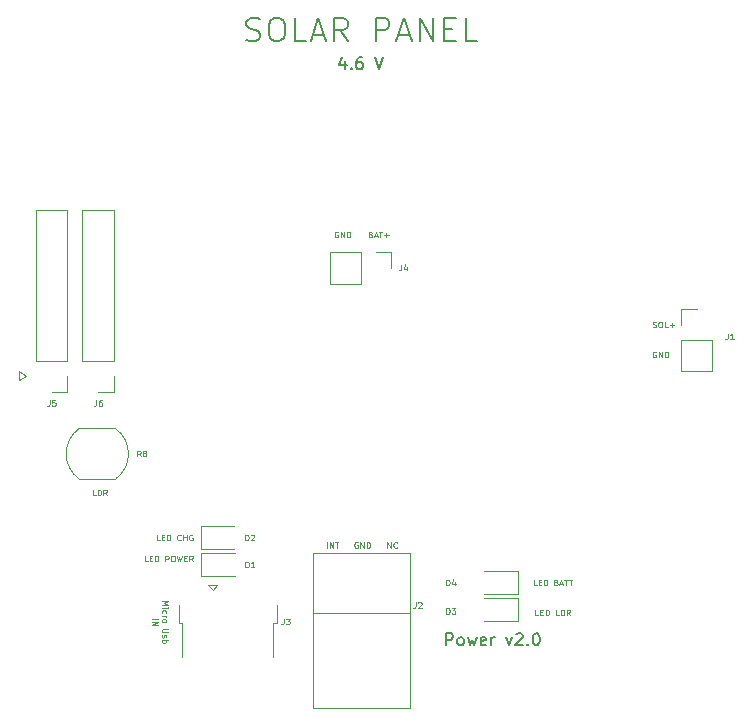
<source format=gto>
G04 #@! TF.GenerationSoftware,KiCad,Pcbnew,(5.1.6)-1*
G04 #@! TF.CreationDate,2020-11-23T18:00:32+01:00*
G04 #@! TF.ProjectId,Power_module_v1,506f7765-725f-46d6-9f64-756c655f7631,rev?*
G04 #@! TF.SameCoordinates,Original*
G04 #@! TF.FileFunction,Legend,Top*
G04 #@! TF.FilePolarity,Positive*
%FSLAX46Y46*%
G04 Gerber Fmt 4.6, Leading zero omitted, Abs format (unit mm)*
G04 Created by KiCad (PCBNEW (5.1.6)-1) date 2020-11-23 18:00:32*
%MOMM*%
%LPD*%
G01*
G04 APERTURE LIST*
%ADD10C,0.150000*%
%ADD11C,0.125000*%
%ADD12C,0.120000*%
G04 APERTURE END LIST*
D10*
X121094666Y-57697714D02*
X121094666Y-58364380D01*
X120856571Y-57316761D02*
X120618476Y-58031047D01*
X121237523Y-58031047D01*
X121618476Y-58269142D02*
X121666095Y-58316761D01*
X121618476Y-58364380D01*
X121570857Y-58316761D01*
X121618476Y-58269142D01*
X121618476Y-58364380D01*
X122523238Y-57364380D02*
X122332761Y-57364380D01*
X122237523Y-57412000D01*
X122189904Y-57459619D01*
X122094666Y-57602476D01*
X122047047Y-57792952D01*
X122047047Y-58173904D01*
X122094666Y-58269142D01*
X122142285Y-58316761D01*
X122237523Y-58364380D01*
X122428000Y-58364380D01*
X122523238Y-58316761D01*
X122570857Y-58269142D01*
X122618476Y-58173904D01*
X122618476Y-57935809D01*
X122570857Y-57840571D01*
X122523238Y-57792952D01*
X122428000Y-57745333D01*
X122237523Y-57745333D01*
X122142285Y-57792952D01*
X122094666Y-57840571D01*
X122047047Y-57935809D01*
X123666095Y-57364380D02*
X123999428Y-58364380D01*
X124332761Y-57364380D01*
X112761333Y-55927523D02*
X113047047Y-56022761D01*
X113523238Y-56022761D01*
X113713714Y-55927523D01*
X113808952Y-55832285D01*
X113904190Y-55641809D01*
X113904190Y-55451333D01*
X113808952Y-55260857D01*
X113713714Y-55165619D01*
X113523238Y-55070380D01*
X113142285Y-54975142D01*
X112951809Y-54879904D01*
X112856571Y-54784666D01*
X112761333Y-54594190D01*
X112761333Y-54403714D01*
X112856571Y-54213238D01*
X112951809Y-54118000D01*
X113142285Y-54022761D01*
X113618476Y-54022761D01*
X113904190Y-54118000D01*
X115142285Y-54022761D02*
X115523238Y-54022761D01*
X115713714Y-54118000D01*
X115904190Y-54308476D01*
X115999428Y-54689428D01*
X115999428Y-55356095D01*
X115904190Y-55737047D01*
X115713714Y-55927523D01*
X115523238Y-56022761D01*
X115142285Y-56022761D01*
X114951809Y-55927523D01*
X114761333Y-55737047D01*
X114666095Y-55356095D01*
X114666095Y-54689428D01*
X114761333Y-54308476D01*
X114951809Y-54118000D01*
X115142285Y-54022761D01*
X117808952Y-56022761D02*
X116856571Y-56022761D01*
X116856571Y-54022761D01*
X118380380Y-55451333D02*
X119332761Y-55451333D01*
X118189904Y-56022761D02*
X118856571Y-54022761D01*
X119523238Y-56022761D01*
X121332761Y-56022761D02*
X120666095Y-55070380D01*
X120189904Y-56022761D02*
X120189904Y-54022761D01*
X120951809Y-54022761D01*
X121142285Y-54118000D01*
X121237523Y-54213238D01*
X121332761Y-54403714D01*
X121332761Y-54689428D01*
X121237523Y-54879904D01*
X121142285Y-54975142D01*
X120951809Y-55070380D01*
X120189904Y-55070380D01*
X123713714Y-56022761D02*
X123713714Y-54022761D01*
X124475619Y-54022761D01*
X124666095Y-54118000D01*
X124761333Y-54213238D01*
X124856571Y-54403714D01*
X124856571Y-54689428D01*
X124761333Y-54879904D01*
X124666095Y-54975142D01*
X124475619Y-55070380D01*
X123713714Y-55070380D01*
X125618476Y-55451333D02*
X126570857Y-55451333D01*
X125428000Y-56022761D02*
X126094666Y-54022761D01*
X126761333Y-56022761D01*
X127428000Y-56022761D02*
X127428000Y-54022761D01*
X128570857Y-56022761D01*
X128570857Y-54022761D01*
X129523238Y-54975142D02*
X130189904Y-54975142D01*
X130475619Y-56022761D02*
X129523238Y-56022761D01*
X129523238Y-54022761D01*
X130475619Y-54022761D01*
X132285142Y-56022761D02*
X131332761Y-56022761D01*
X131332761Y-54022761D01*
D11*
X105621309Y-103394095D02*
X106121309Y-103394095D01*
X105764166Y-103560761D01*
X106121309Y-103727428D01*
X105621309Y-103727428D01*
X105621309Y-103965523D02*
X105954642Y-103965523D01*
X106121309Y-103965523D02*
X106097500Y-103941714D01*
X106073690Y-103965523D01*
X106097500Y-103989333D01*
X106121309Y-103965523D01*
X106073690Y-103965523D01*
X105645119Y-104417904D02*
X105621309Y-104370285D01*
X105621309Y-104275047D01*
X105645119Y-104227428D01*
X105668928Y-104203619D01*
X105716547Y-104179809D01*
X105859404Y-104179809D01*
X105907023Y-104203619D01*
X105930833Y-104227428D01*
X105954642Y-104275047D01*
X105954642Y-104370285D01*
X105930833Y-104417904D01*
X105621309Y-104632190D02*
X105954642Y-104632190D01*
X105859404Y-104632190D02*
X105907023Y-104656000D01*
X105930833Y-104679809D01*
X105954642Y-104727428D01*
X105954642Y-104775047D01*
X105621309Y-105013142D02*
X105645119Y-104965523D01*
X105668928Y-104941714D01*
X105716547Y-104917904D01*
X105859404Y-104917904D01*
X105907023Y-104941714D01*
X105930833Y-104965523D01*
X105954642Y-105013142D01*
X105954642Y-105084571D01*
X105930833Y-105132190D01*
X105907023Y-105156000D01*
X105859404Y-105179809D01*
X105716547Y-105179809D01*
X105668928Y-105156000D01*
X105645119Y-105132190D01*
X105621309Y-105084571D01*
X105621309Y-105013142D01*
X106121309Y-105775047D02*
X105716547Y-105775047D01*
X105668928Y-105798857D01*
X105645119Y-105822666D01*
X105621309Y-105870285D01*
X105621309Y-105965523D01*
X105645119Y-106013142D01*
X105668928Y-106036952D01*
X105716547Y-106060761D01*
X106121309Y-106060761D01*
X105645119Y-106275047D02*
X105621309Y-106322666D01*
X105621309Y-106417904D01*
X105645119Y-106465523D01*
X105692738Y-106489333D01*
X105716547Y-106489333D01*
X105764166Y-106465523D01*
X105787976Y-106417904D01*
X105787976Y-106346476D01*
X105811785Y-106298857D01*
X105859404Y-106275047D01*
X105883214Y-106275047D01*
X105930833Y-106298857D01*
X105954642Y-106346476D01*
X105954642Y-106417904D01*
X105930833Y-106465523D01*
X105621309Y-106703619D02*
X106121309Y-106703619D01*
X105930833Y-106703619D02*
X105954642Y-106751238D01*
X105954642Y-106846476D01*
X105930833Y-106894095D01*
X105907023Y-106917904D01*
X105859404Y-106941714D01*
X105716547Y-106941714D01*
X105668928Y-106917904D01*
X105645119Y-106894095D01*
X105621309Y-106846476D01*
X105621309Y-106751238D01*
X105645119Y-106703619D01*
X104746309Y-104894095D02*
X105246309Y-104894095D01*
X104746309Y-105132190D02*
X105246309Y-105132190D01*
X104746309Y-105417904D01*
X105246309Y-105417904D01*
X104386285Y-100048190D02*
X104148190Y-100048190D01*
X104148190Y-99548190D01*
X104552952Y-99786285D02*
X104719619Y-99786285D01*
X104791047Y-100048190D02*
X104552952Y-100048190D01*
X104552952Y-99548190D01*
X104791047Y-99548190D01*
X105005333Y-100048190D02*
X105005333Y-99548190D01*
X105124380Y-99548190D01*
X105195809Y-99572000D01*
X105243428Y-99619619D01*
X105267238Y-99667238D01*
X105291047Y-99762476D01*
X105291047Y-99833904D01*
X105267238Y-99929142D01*
X105243428Y-99976761D01*
X105195809Y-100024380D01*
X105124380Y-100048190D01*
X105005333Y-100048190D01*
X105886285Y-100048190D02*
X105886285Y-99548190D01*
X106076761Y-99548190D01*
X106124380Y-99572000D01*
X106148190Y-99595809D01*
X106172000Y-99643428D01*
X106172000Y-99714857D01*
X106148190Y-99762476D01*
X106124380Y-99786285D01*
X106076761Y-99810095D01*
X105886285Y-99810095D01*
X106481523Y-99548190D02*
X106576761Y-99548190D01*
X106624380Y-99572000D01*
X106672000Y-99619619D01*
X106695809Y-99714857D01*
X106695809Y-99881523D01*
X106672000Y-99976761D01*
X106624380Y-100024380D01*
X106576761Y-100048190D01*
X106481523Y-100048190D01*
X106433904Y-100024380D01*
X106386285Y-99976761D01*
X106362476Y-99881523D01*
X106362476Y-99714857D01*
X106386285Y-99619619D01*
X106433904Y-99572000D01*
X106481523Y-99548190D01*
X106862476Y-99548190D02*
X106981523Y-100048190D01*
X107076761Y-99691047D01*
X107172000Y-100048190D01*
X107291047Y-99548190D01*
X107481523Y-99786285D02*
X107648190Y-99786285D01*
X107719619Y-100048190D02*
X107481523Y-100048190D01*
X107481523Y-99548190D01*
X107719619Y-99548190D01*
X108219619Y-100048190D02*
X108052952Y-99810095D01*
X107933904Y-100048190D02*
X107933904Y-99548190D01*
X108124380Y-99548190D01*
X108172000Y-99572000D01*
X108195809Y-99595809D01*
X108219619Y-99643428D01*
X108219619Y-99714857D01*
X108195809Y-99762476D01*
X108172000Y-99786285D01*
X108124380Y-99810095D01*
X107933904Y-99810095D01*
X105406190Y-98270190D02*
X105168095Y-98270190D01*
X105168095Y-97770190D01*
X105572857Y-98008285D02*
X105739523Y-98008285D01*
X105810952Y-98270190D02*
X105572857Y-98270190D01*
X105572857Y-97770190D01*
X105810952Y-97770190D01*
X106025238Y-98270190D02*
X106025238Y-97770190D01*
X106144285Y-97770190D01*
X106215714Y-97794000D01*
X106263333Y-97841619D01*
X106287142Y-97889238D01*
X106310952Y-97984476D01*
X106310952Y-98055904D01*
X106287142Y-98151142D01*
X106263333Y-98198761D01*
X106215714Y-98246380D01*
X106144285Y-98270190D01*
X106025238Y-98270190D01*
X107191904Y-98222571D02*
X107168095Y-98246380D01*
X107096666Y-98270190D01*
X107049047Y-98270190D01*
X106977619Y-98246380D01*
X106930000Y-98198761D01*
X106906190Y-98151142D01*
X106882380Y-98055904D01*
X106882380Y-97984476D01*
X106906190Y-97889238D01*
X106930000Y-97841619D01*
X106977619Y-97794000D01*
X107049047Y-97770190D01*
X107096666Y-97770190D01*
X107168095Y-97794000D01*
X107191904Y-97817809D01*
X107406190Y-98270190D02*
X107406190Y-97770190D01*
X107406190Y-98008285D02*
X107691904Y-98008285D01*
X107691904Y-98270190D02*
X107691904Y-97770190D01*
X108191904Y-97794000D02*
X108144285Y-97770190D01*
X108072857Y-97770190D01*
X108001428Y-97794000D01*
X107953809Y-97841619D01*
X107930000Y-97889238D01*
X107906190Y-97984476D01*
X107906190Y-98055904D01*
X107930000Y-98151142D01*
X107953809Y-98198761D01*
X108001428Y-98246380D01*
X108072857Y-98270190D01*
X108120476Y-98270190D01*
X108191904Y-98246380D01*
X108215714Y-98222571D01*
X108215714Y-98055904D01*
X108120476Y-98055904D01*
X99984761Y-94460190D02*
X99746666Y-94460190D01*
X99746666Y-93960190D01*
X100151428Y-94460190D02*
X100151428Y-93960190D01*
X100270476Y-93960190D01*
X100341904Y-93984000D01*
X100389523Y-94031619D01*
X100413333Y-94079238D01*
X100437142Y-94174476D01*
X100437142Y-94245904D01*
X100413333Y-94341142D01*
X100389523Y-94388761D01*
X100341904Y-94436380D01*
X100270476Y-94460190D01*
X100151428Y-94460190D01*
X100937142Y-94460190D02*
X100770476Y-94222095D01*
X100651428Y-94460190D02*
X100651428Y-93960190D01*
X100841904Y-93960190D01*
X100889523Y-93984000D01*
X100913333Y-94007809D01*
X100937142Y-94055428D01*
X100937142Y-94126857D01*
X100913333Y-94174476D01*
X100889523Y-94198285D01*
X100841904Y-94222095D01*
X100651428Y-94222095D01*
X137469714Y-104620190D02*
X137231619Y-104620190D01*
X137231619Y-104120190D01*
X137636380Y-104358285D02*
X137803047Y-104358285D01*
X137874476Y-104620190D02*
X137636380Y-104620190D01*
X137636380Y-104120190D01*
X137874476Y-104120190D01*
X138088761Y-104620190D02*
X138088761Y-104120190D01*
X138207809Y-104120190D01*
X138279238Y-104144000D01*
X138326857Y-104191619D01*
X138350666Y-104239238D01*
X138374476Y-104334476D01*
X138374476Y-104405904D01*
X138350666Y-104501142D01*
X138326857Y-104548761D01*
X138279238Y-104596380D01*
X138207809Y-104620190D01*
X138088761Y-104620190D01*
X139207809Y-104620190D02*
X138969714Y-104620190D01*
X138969714Y-104120190D01*
X139374476Y-104620190D02*
X139374476Y-104120190D01*
X139493523Y-104120190D01*
X139564952Y-104144000D01*
X139612571Y-104191619D01*
X139636380Y-104239238D01*
X139660190Y-104334476D01*
X139660190Y-104405904D01*
X139636380Y-104501142D01*
X139612571Y-104548761D01*
X139564952Y-104596380D01*
X139493523Y-104620190D01*
X139374476Y-104620190D01*
X140160190Y-104620190D02*
X139993523Y-104382095D01*
X139874476Y-104620190D02*
X139874476Y-104120190D01*
X140064952Y-104120190D01*
X140112571Y-104144000D01*
X140136380Y-104167809D01*
X140160190Y-104215428D01*
X140160190Y-104286857D01*
X140136380Y-104334476D01*
X140112571Y-104358285D01*
X140064952Y-104382095D01*
X139874476Y-104382095D01*
X137326857Y-102080190D02*
X137088761Y-102080190D01*
X137088761Y-101580190D01*
X137493523Y-101818285D02*
X137660190Y-101818285D01*
X137731619Y-102080190D02*
X137493523Y-102080190D01*
X137493523Y-101580190D01*
X137731619Y-101580190D01*
X137945904Y-102080190D02*
X137945904Y-101580190D01*
X138064952Y-101580190D01*
X138136380Y-101604000D01*
X138184000Y-101651619D01*
X138207809Y-101699238D01*
X138231619Y-101794476D01*
X138231619Y-101865904D01*
X138207809Y-101961142D01*
X138184000Y-102008761D01*
X138136380Y-102056380D01*
X138064952Y-102080190D01*
X137945904Y-102080190D01*
X138993523Y-101818285D02*
X139064952Y-101842095D01*
X139088761Y-101865904D01*
X139112571Y-101913523D01*
X139112571Y-101984952D01*
X139088761Y-102032571D01*
X139064952Y-102056380D01*
X139017333Y-102080190D01*
X138826857Y-102080190D01*
X138826857Y-101580190D01*
X138993523Y-101580190D01*
X139041142Y-101604000D01*
X139064952Y-101627809D01*
X139088761Y-101675428D01*
X139088761Y-101723047D01*
X139064952Y-101770666D01*
X139041142Y-101794476D01*
X138993523Y-101818285D01*
X138826857Y-101818285D01*
X139303047Y-101937333D02*
X139541142Y-101937333D01*
X139255428Y-102080190D02*
X139422095Y-101580190D01*
X139588761Y-102080190D01*
X139684000Y-101580190D02*
X139969714Y-101580190D01*
X139826857Y-102080190D02*
X139826857Y-101580190D01*
X140064952Y-101580190D02*
X140350666Y-101580190D01*
X140207809Y-102080190D02*
X140207809Y-101580190D01*
D10*
X129675428Y-107132380D02*
X129675428Y-106132380D01*
X130056380Y-106132380D01*
X130151619Y-106180000D01*
X130199238Y-106227619D01*
X130246857Y-106322857D01*
X130246857Y-106465714D01*
X130199238Y-106560952D01*
X130151619Y-106608571D01*
X130056380Y-106656190D01*
X129675428Y-106656190D01*
X130818285Y-107132380D02*
X130723047Y-107084761D01*
X130675428Y-107037142D01*
X130627809Y-106941904D01*
X130627809Y-106656190D01*
X130675428Y-106560952D01*
X130723047Y-106513333D01*
X130818285Y-106465714D01*
X130961142Y-106465714D01*
X131056380Y-106513333D01*
X131104000Y-106560952D01*
X131151619Y-106656190D01*
X131151619Y-106941904D01*
X131104000Y-107037142D01*
X131056380Y-107084761D01*
X130961142Y-107132380D01*
X130818285Y-107132380D01*
X131484952Y-106465714D02*
X131675428Y-107132380D01*
X131865904Y-106656190D01*
X132056380Y-107132380D01*
X132246857Y-106465714D01*
X133008761Y-107084761D02*
X132913523Y-107132380D01*
X132723047Y-107132380D01*
X132627809Y-107084761D01*
X132580190Y-106989523D01*
X132580190Y-106608571D01*
X132627809Y-106513333D01*
X132723047Y-106465714D01*
X132913523Y-106465714D01*
X133008761Y-106513333D01*
X133056380Y-106608571D01*
X133056380Y-106703809D01*
X132580190Y-106799047D01*
X133484952Y-107132380D02*
X133484952Y-106465714D01*
X133484952Y-106656190D02*
X133532571Y-106560952D01*
X133580190Y-106513333D01*
X133675428Y-106465714D01*
X133770666Y-106465714D01*
X134770666Y-106465714D02*
X135008761Y-107132380D01*
X135246857Y-106465714D01*
X135580190Y-106227619D02*
X135627809Y-106180000D01*
X135723047Y-106132380D01*
X135961142Y-106132380D01*
X136056380Y-106180000D01*
X136104000Y-106227619D01*
X136151619Y-106322857D01*
X136151619Y-106418095D01*
X136104000Y-106560952D01*
X135532571Y-107132380D01*
X136151619Y-107132380D01*
X136580190Y-107037142D02*
X136627809Y-107084761D01*
X136580190Y-107132380D01*
X136532571Y-107084761D01*
X136580190Y-107037142D01*
X136580190Y-107132380D01*
X137246857Y-106132380D02*
X137342095Y-106132380D01*
X137437333Y-106180000D01*
X137484952Y-106227619D01*
X137532571Y-106322857D01*
X137580190Y-106513333D01*
X137580190Y-106751428D01*
X137532571Y-106941904D01*
X137484952Y-107037142D01*
X137437333Y-107084761D01*
X137342095Y-107132380D01*
X137246857Y-107132380D01*
X137151619Y-107084761D01*
X137104000Y-107037142D01*
X137056380Y-106941904D01*
X137008761Y-106751428D01*
X137008761Y-106513333D01*
X137056380Y-106322857D01*
X137104000Y-106227619D01*
X137151619Y-106180000D01*
X137246857Y-106132380D01*
D11*
X120523047Y-72140000D02*
X120475428Y-72116190D01*
X120404000Y-72116190D01*
X120332571Y-72140000D01*
X120284952Y-72187619D01*
X120261142Y-72235238D01*
X120237333Y-72330476D01*
X120237333Y-72401904D01*
X120261142Y-72497142D01*
X120284952Y-72544761D01*
X120332571Y-72592380D01*
X120404000Y-72616190D01*
X120451619Y-72616190D01*
X120523047Y-72592380D01*
X120546857Y-72568571D01*
X120546857Y-72401904D01*
X120451619Y-72401904D01*
X120761142Y-72616190D02*
X120761142Y-72116190D01*
X121046857Y-72616190D01*
X121046857Y-72116190D01*
X121284952Y-72616190D02*
X121284952Y-72116190D01*
X121404000Y-72116190D01*
X121475428Y-72140000D01*
X121523047Y-72187619D01*
X121546857Y-72235238D01*
X121570666Y-72330476D01*
X121570666Y-72401904D01*
X121546857Y-72497142D01*
X121523047Y-72544761D01*
X121475428Y-72592380D01*
X121404000Y-72616190D01*
X121284952Y-72616190D01*
X147165333Y-80212380D02*
X147236761Y-80236190D01*
X147355809Y-80236190D01*
X147403428Y-80212380D01*
X147427238Y-80188571D01*
X147451047Y-80140952D01*
X147451047Y-80093333D01*
X147427238Y-80045714D01*
X147403428Y-80021904D01*
X147355809Y-79998095D01*
X147260571Y-79974285D01*
X147212952Y-79950476D01*
X147189142Y-79926666D01*
X147165333Y-79879047D01*
X147165333Y-79831428D01*
X147189142Y-79783809D01*
X147212952Y-79760000D01*
X147260571Y-79736190D01*
X147379619Y-79736190D01*
X147451047Y-79760000D01*
X147760571Y-79736190D02*
X147855809Y-79736190D01*
X147903428Y-79760000D01*
X147951047Y-79807619D01*
X147974857Y-79902857D01*
X147974857Y-80069523D01*
X147951047Y-80164761D01*
X147903428Y-80212380D01*
X147855809Y-80236190D01*
X147760571Y-80236190D01*
X147712952Y-80212380D01*
X147665333Y-80164761D01*
X147641523Y-80069523D01*
X147641523Y-79902857D01*
X147665333Y-79807619D01*
X147712952Y-79760000D01*
X147760571Y-79736190D01*
X148427238Y-80236190D02*
X148189142Y-80236190D01*
X148189142Y-79736190D01*
X148593904Y-80045714D02*
X148974857Y-80045714D01*
X148784380Y-80236190D02*
X148784380Y-79855238D01*
X147447047Y-82300000D02*
X147399428Y-82276190D01*
X147328000Y-82276190D01*
X147256571Y-82300000D01*
X147208952Y-82347619D01*
X147185142Y-82395238D01*
X147161333Y-82490476D01*
X147161333Y-82561904D01*
X147185142Y-82657142D01*
X147208952Y-82704761D01*
X147256571Y-82752380D01*
X147328000Y-82776190D01*
X147375619Y-82776190D01*
X147447047Y-82752380D01*
X147470857Y-82728571D01*
X147470857Y-82561904D01*
X147375619Y-82561904D01*
X147685142Y-82776190D02*
X147685142Y-82276190D01*
X147970857Y-82776190D01*
X147970857Y-82276190D01*
X148208952Y-82776190D02*
X148208952Y-82276190D01*
X148328000Y-82276190D01*
X148399428Y-82300000D01*
X148447047Y-82347619D01*
X148470857Y-82395238D01*
X148494666Y-82490476D01*
X148494666Y-82561904D01*
X148470857Y-82657142D01*
X148447047Y-82704761D01*
X148399428Y-82752380D01*
X148328000Y-82776190D01*
X148208952Y-82776190D01*
X123273428Y-72354285D02*
X123344857Y-72378095D01*
X123368666Y-72401904D01*
X123392476Y-72449523D01*
X123392476Y-72520952D01*
X123368666Y-72568571D01*
X123344857Y-72592380D01*
X123297238Y-72616190D01*
X123106761Y-72616190D01*
X123106761Y-72116190D01*
X123273428Y-72116190D01*
X123321047Y-72140000D01*
X123344857Y-72163809D01*
X123368666Y-72211428D01*
X123368666Y-72259047D01*
X123344857Y-72306666D01*
X123321047Y-72330476D01*
X123273428Y-72354285D01*
X123106761Y-72354285D01*
X123582952Y-72473333D02*
X123821047Y-72473333D01*
X123535333Y-72616190D02*
X123702000Y-72116190D01*
X123868666Y-72616190D01*
X123963904Y-72116190D02*
X124249619Y-72116190D01*
X124106761Y-72616190D02*
X124106761Y-72116190D01*
X124416285Y-72425714D02*
X124797238Y-72425714D01*
X124606761Y-72616190D02*
X124606761Y-72235238D01*
D12*
X93472000Y-84709000D02*
X93472000Y-83947000D01*
X94107000Y-84328000D02*
X93472000Y-84709000D01*
X93472000Y-83947000D02*
X94107000Y-84328000D01*
D11*
X124702142Y-98905190D02*
X124702142Y-98405190D01*
X124987857Y-98905190D01*
X124987857Y-98405190D01*
X125511666Y-98857571D02*
X125487857Y-98881380D01*
X125416428Y-98905190D01*
X125368809Y-98905190D01*
X125297380Y-98881380D01*
X125249761Y-98833761D01*
X125225952Y-98786142D01*
X125202142Y-98690904D01*
X125202142Y-98619476D01*
X125225952Y-98524238D01*
X125249761Y-98476619D01*
X125297380Y-98429000D01*
X125368809Y-98405190D01*
X125416428Y-98405190D01*
X125487857Y-98429000D01*
X125511666Y-98452809D01*
X122174047Y-98429000D02*
X122126428Y-98405190D01*
X122055000Y-98405190D01*
X121983571Y-98429000D01*
X121935952Y-98476619D01*
X121912142Y-98524238D01*
X121888333Y-98619476D01*
X121888333Y-98690904D01*
X121912142Y-98786142D01*
X121935952Y-98833761D01*
X121983571Y-98881380D01*
X122055000Y-98905190D01*
X122102619Y-98905190D01*
X122174047Y-98881380D01*
X122197857Y-98857571D01*
X122197857Y-98690904D01*
X122102619Y-98690904D01*
X122412142Y-98905190D02*
X122412142Y-98405190D01*
X122697857Y-98905190D01*
X122697857Y-98405190D01*
X122935952Y-98905190D02*
X122935952Y-98405190D01*
X123055000Y-98405190D01*
X123126428Y-98429000D01*
X123174047Y-98476619D01*
X123197857Y-98524238D01*
X123221666Y-98619476D01*
X123221666Y-98690904D01*
X123197857Y-98786142D01*
X123174047Y-98833761D01*
X123126428Y-98881380D01*
X123055000Y-98905190D01*
X122935952Y-98905190D01*
X119562619Y-98905190D02*
X119562619Y-98405190D01*
X119800714Y-98905190D02*
X119800714Y-98405190D01*
X120086428Y-98905190D01*
X120086428Y-98405190D01*
X120253095Y-98405190D02*
X120538809Y-98405190D01*
X120395952Y-98905190D02*
X120395952Y-98405190D01*
D12*
X149546000Y-83880000D02*
X152206000Y-83880000D01*
X149546000Y-81280000D02*
X149546000Y-83880000D01*
X152206000Y-81280000D02*
X152206000Y-83880000D01*
X149546000Y-81280000D02*
X152206000Y-81280000D01*
X149546000Y-80010000D02*
X149546000Y-78680000D01*
X149546000Y-78680000D02*
X150876000Y-78680000D01*
X111753000Y-99370000D02*
X108893000Y-99370000D01*
X108893000Y-99370000D02*
X108893000Y-101290000D01*
X108893000Y-101290000D02*
X111753000Y-101290000D01*
X111735000Y-97084000D02*
X108875000Y-97084000D01*
X108875000Y-97084000D02*
X108875000Y-99004000D01*
X108875000Y-99004000D02*
X111735000Y-99004000D01*
X135718000Y-103180000D02*
X132858000Y-103180000D01*
X135718000Y-105100000D02*
X135718000Y-103180000D01*
X132858000Y-105100000D02*
X135718000Y-105100000D01*
X135718000Y-100894000D02*
X132858000Y-100894000D01*
X135718000Y-102814000D02*
X135718000Y-100894000D01*
X132858000Y-102814000D02*
X135718000Y-102814000D01*
X109488900Y-102046740D02*
X110288900Y-102046740D01*
X107038900Y-105296740D02*
X107338900Y-105296740D01*
X109888900Y-102496740D02*
X109488900Y-102046740D01*
X110288900Y-102046740D02*
X109888900Y-102496740D01*
X115038900Y-108096740D02*
X115038900Y-105296740D01*
X107338900Y-108096740D02*
X107338900Y-105296740D01*
X115338900Y-105296740D02*
X115338900Y-103746740D01*
X115038900Y-105296740D02*
X115338900Y-105296740D01*
X107038900Y-105296740D02*
X107038900Y-103746740D01*
X125028000Y-73854000D02*
X125028000Y-75184000D01*
X123698000Y-73854000D02*
X125028000Y-73854000D01*
X122428000Y-73854000D02*
X122428000Y-76514000D01*
X122428000Y-76514000D02*
X119828000Y-76514000D01*
X122428000Y-73854000D02*
X119828000Y-73854000D01*
X119828000Y-73854000D02*
X119828000Y-76514000D01*
X97596000Y-70298000D02*
X94936000Y-70298000D01*
X97596000Y-83058000D02*
X97596000Y-70298000D01*
X94936000Y-83058000D02*
X94936000Y-70298000D01*
X97596000Y-83058000D02*
X94936000Y-83058000D01*
X97596000Y-84328000D02*
X97596000Y-85658000D01*
X97596000Y-85658000D02*
X96266000Y-85658000D01*
X101533000Y-85658000D02*
X100203000Y-85658000D01*
X101533000Y-84328000D02*
X101533000Y-85658000D01*
X101533000Y-83058000D02*
X98873000Y-83058000D01*
X98873000Y-83058000D02*
X98873000Y-70298000D01*
X101533000Y-83058000D02*
X101533000Y-70298000D01*
X101533000Y-70298000D02*
X98873000Y-70298000D01*
X126636780Y-99372420D02*
X118381780Y-99372420D01*
X126636780Y-99372420D02*
X126636780Y-112453420D01*
X118381780Y-99372420D02*
X118381780Y-112453420D01*
X126636780Y-104452420D02*
X118381780Y-104452420D01*
X126636780Y-112453420D02*
X118381780Y-112453420D01*
X98604000Y-93082000D02*
X101654000Y-93082000D01*
X98604000Y-88782000D02*
X101654000Y-88782000D01*
X98625766Y-88766474D02*
G75*
G03*
X98604000Y-93082000I1528234J-2165526D01*
G01*
X101698513Y-93050249D02*
G75*
G03*
X101654000Y-88782000I-1544513J2118249D01*
G01*
D11*
X153503333Y-80752190D02*
X153503333Y-81109333D01*
X153479523Y-81180761D01*
X153431904Y-81228380D01*
X153360476Y-81252190D01*
X153312857Y-81252190D01*
X154003333Y-81252190D02*
X153717619Y-81252190D01*
X153860476Y-81252190D02*
X153860476Y-80752190D01*
X153812857Y-80823619D01*
X153765238Y-80871238D01*
X153717619Y-80895047D01*
X112678952Y-100556190D02*
X112678952Y-100056190D01*
X112798000Y-100056190D01*
X112869428Y-100080000D01*
X112917047Y-100127619D01*
X112940857Y-100175238D01*
X112964666Y-100270476D01*
X112964666Y-100341904D01*
X112940857Y-100437142D01*
X112917047Y-100484761D01*
X112869428Y-100532380D01*
X112798000Y-100556190D01*
X112678952Y-100556190D01*
X113440857Y-100556190D02*
X113155142Y-100556190D01*
X113298000Y-100556190D02*
X113298000Y-100056190D01*
X113250380Y-100127619D01*
X113202761Y-100175238D01*
X113155142Y-100199047D01*
X112651952Y-98270190D02*
X112651952Y-97770190D01*
X112771000Y-97770190D01*
X112842428Y-97794000D01*
X112890047Y-97841619D01*
X112913857Y-97889238D01*
X112937666Y-97984476D01*
X112937666Y-98055904D01*
X112913857Y-98151142D01*
X112890047Y-98198761D01*
X112842428Y-98246380D01*
X112771000Y-98270190D01*
X112651952Y-98270190D01*
X113128142Y-97817809D02*
X113151952Y-97794000D01*
X113199571Y-97770190D01*
X113318619Y-97770190D01*
X113366238Y-97794000D01*
X113390047Y-97817809D01*
X113413857Y-97865428D01*
X113413857Y-97913047D01*
X113390047Y-97984476D01*
X113104333Y-98270190D01*
X113413857Y-98270190D01*
X129678952Y-104493190D02*
X129678952Y-103993190D01*
X129798000Y-103993190D01*
X129869428Y-104017000D01*
X129917047Y-104064619D01*
X129940857Y-104112238D01*
X129964666Y-104207476D01*
X129964666Y-104278904D01*
X129940857Y-104374142D01*
X129917047Y-104421761D01*
X129869428Y-104469380D01*
X129798000Y-104493190D01*
X129678952Y-104493190D01*
X130131333Y-103993190D02*
X130440857Y-103993190D01*
X130274190Y-104183666D01*
X130345619Y-104183666D01*
X130393238Y-104207476D01*
X130417047Y-104231285D01*
X130440857Y-104278904D01*
X130440857Y-104397952D01*
X130417047Y-104445571D01*
X130393238Y-104469380D01*
X130345619Y-104493190D01*
X130202761Y-104493190D01*
X130155142Y-104469380D01*
X130131333Y-104445571D01*
X129678952Y-102080190D02*
X129678952Y-101580190D01*
X129798000Y-101580190D01*
X129869428Y-101604000D01*
X129917047Y-101651619D01*
X129940857Y-101699238D01*
X129964666Y-101794476D01*
X129964666Y-101865904D01*
X129940857Y-101961142D01*
X129917047Y-102008761D01*
X129869428Y-102056380D01*
X129798000Y-102080190D01*
X129678952Y-102080190D01*
X130393238Y-101746857D02*
X130393238Y-102080190D01*
X130274190Y-101556380D02*
X130155142Y-101913523D01*
X130464666Y-101913523D01*
X115911333Y-104882190D02*
X115911333Y-105239333D01*
X115887523Y-105310761D01*
X115839904Y-105358380D01*
X115768476Y-105382190D01*
X115720857Y-105382190D01*
X116101809Y-104882190D02*
X116411333Y-104882190D01*
X116244666Y-105072666D01*
X116316095Y-105072666D01*
X116363714Y-105096476D01*
X116387523Y-105120285D01*
X116411333Y-105167904D01*
X116411333Y-105286952D01*
X116387523Y-105334571D01*
X116363714Y-105358380D01*
X116316095Y-105382190D01*
X116173238Y-105382190D01*
X116125619Y-105358380D01*
X116101809Y-105334571D01*
X125861333Y-74910190D02*
X125861333Y-75267333D01*
X125837523Y-75338761D01*
X125789904Y-75386380D01*
X125718476Y-75410190D01*
X125670857Y-75410190D01*
X126313714Y-75076857D02*
X126313714Y-75410190D01*
X126194666Y-74886380D02*
X126075619Y-75243523D01*
X126385142Y-75243523D01*
X96099333Y-86384190D02*
X96099333Y-86741333D01*
X96075523Y-86812761D01*
X96027904Y-86860380D01*
X95956476Y-86884190D01*
X95908857Y-86884190D01*
X96575523Y-86384190D02*
X96337428Y-86384190D01*
X96313619Y-86622285D01*
X96337428Y-86598476D01*
X96385047Y-86574666D01*
X96504095Y-86574666D01*
X96551714Y-86598476D01*
X96575523Y-86622285D01*
X96599333Y-86669904D01*
X96599333Y-86788952D01*
X96575523Y-86836571D01*
X96551714Y-86860380D01*
X96504095Y-86884190D01*
X96385047Y-86884190D01*
X96337428Y-86860380D01*
X96313619Y-86836571D01*
X100036333Y-86384190D02*
X100036333Y-86741333D01*
X100012523Y-86812761D01*
X99964904Y-86860380D01*
X99893476Y-86884190D01*
X99845857Y-86884190D01*
X100488714Y-86384190D02*
X100393476Y-86384190D01*
X100345857Y-86408000D01*
X100322047Y-86431809D01*
X100274428Y-86503238D01*
X100250619Y-86598476D01*
X100250619Y-86788952D01*
X100274428Y-86836571D01*
X100298238Y-86860380D01*
X100345857Y-86884190D01*
X100441095Y-86884190D01*
X100488714Y-86860380D01*
X100512523Y-86836571D01*
X100536333Y-86788952D01*
X100536333Y-86669904D01*
X100512523Y-86622285D01*
X100488714Y-86598476D01*
X100441095Y-86574666D01*
X100345857Y-86574666D01*
X100298238Y-86598476D01*
X100274428Y-86622285D01*
X100250619Y-86669904D01*
X127087333Y-103485190D02*
X127087333Y-103842333D01*
X127063523Y-103913761D01*
X127015904Y-103961380D01*
X126944476Y-103985190D01*
X126896857Y-103985190D01*
X127301619Y-103532809D02*
X127325428Y-103509000D01*
X127373047Y-103485190D01*
X127492095Y-103485190D01*
X127539714Y-103509000D01*
X127563523Y-103532809D01*
X127587333Y-103580428D01*
X127587333Y-103628047D01*
X127563523Y-103699476D01*
X127277809Y-103985190D01*
X127587333Y-103985190D01*
X103802666Y-91158190D02*
X103636000Y-90920095D01*
X103516952Y-91158190D02*
X103516952Y-90658190D01*
X103707428Y-90658190D01*
X103755047Y-90682000D01*
X103778857Y-90705809D01*
X103802666Y-90753428D01*
X103802666Y-90824857D01*
X103778857Y-90872476D01*
X103755047Y-90896285D01*
X103707428Y-90920095D01*
X103516952Y-90920095D01*
X104088380Y-90872476D02*
X104040761Y-90848666D01*
X104016952Y-90824857D01*
X103993142Y-90777238D01*
X103993142Y-90753428D01*
X104016952Y-90705809D01*
X104040761Y-90682000D01*
X104088380Y-90658190D01*
X104183619Y-90658190D01*
X104231238Y-90682000D01*
X104255047Y-90705809D01*
X104278857Y-90753428D01*
X104278857Y-90777238D01*
X104255047Y-90824857D01*
X104231238Y-90848666D01*
X104183619Y-90872476D01*
X104088380Y-90872476D01*
X104040761Y-90896285D01*
X104016952Y-90920095D01*
X103993142Y-90967714D01*
X103993142Y-91062952D01*
X104016952Y-91110571D01*
X104040761Y-91134380D01*
X104088380Y-91158190D01*
X104183619Y-91158190D01*
X104231238Y-91134380D01*
X104255047Y-91110571D01*
X104278857Y-91062952D01*
X104278857Y-90967714D01*
X104255047Y-90920095D01*
X104231238Y-90896285D01*
X104183619Y-90872476D01*
M02*

</source>
